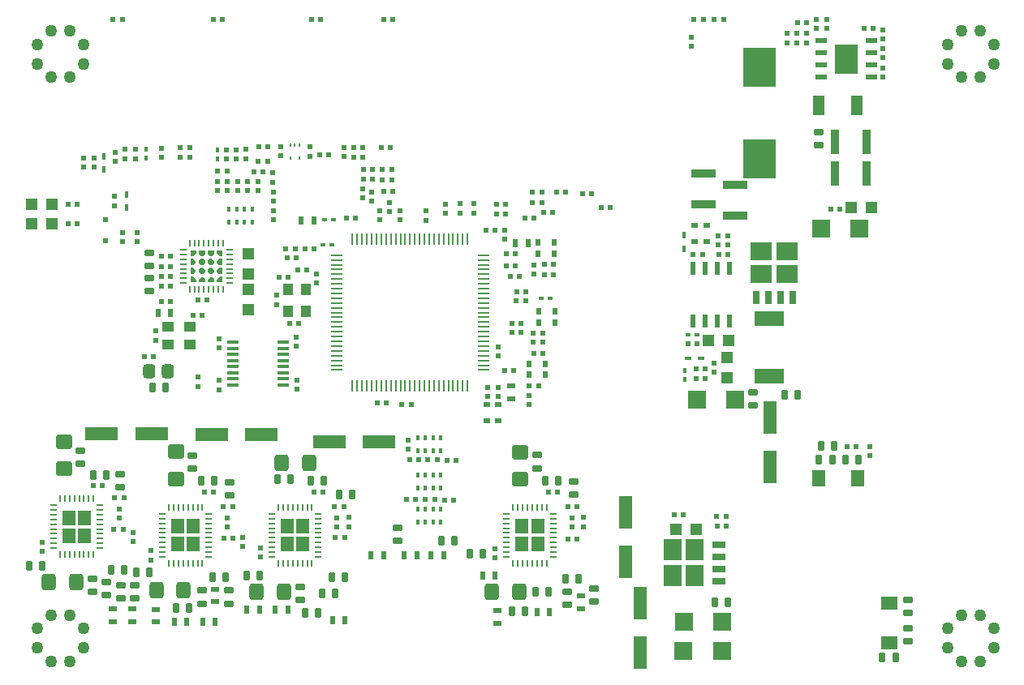
<source format=gtp>
G04 Layer_Color=8421504*
%FSLAX25Y25*%
%MOIN*%
G70*
G01*
G75*
%ADD163R,0.08898X0.07520*%
%ADD164R,0.07520X0.08898*%
%ADD165R,0.05276X0.06181*%
%ADD166R,0.03540X0.10430*%
G04:AMPARAMS|DCode=167|XSize=20mil|YSize=22mil|CornerRadius=3.4mil|HoleSize=0mil|Usage=FLASHONLY|Rotation=270.000|XOffset=0mil|YOffset=0mil|HoleType=Round|Shape=RoundedRectangle|*
%AMROUNDEDRECTD167*
21,1,0.02000,0.01520,0,0,270.0*
21,1,0.01320,0.02200,0,0,270.0*
1,1,0.00680,-0.00760,-0.00660*
1,1,0.00680,-0.00760,0.00660*
1,1,0.00680,0.00760,0.00660*
1,1,0.00680,0.00760,-0.00660*
%
%ADD167ROUNDEDRECTD167*%
G04:AMPARAMS|DCode=168|XSize=20mil|YSize=22mil|CornerRadius=3.4mil|HoleSize=0mil|Usage=FLASHONLY|Rotation=0.000|XOffset=0mil|YOffset=0mil|HoleType=Round|Shape=RoundedRectangle|*
%AMROUNDEDRECTD168*
21,1,0.02000,0.01520,0,0,0.0*
21,1,0.01320,0.02200,0,0,0.0*
1,1,0.00680,0.00660,-0.00760*
1,1,0.00680,-0.00660,-0.00760*
1,1,0.00680,-0.00660,0.00760*
1,1,0.00680,0.00660,0.00760*
%
%ADD168ROUNDEDRECTD168*%
%ADD169R,0.10430X0.03540*%
G04:AMPARAMS|DCode=170|XSize=27.13mil|YSize=37.37mil|CornerRadius=4.83mil|HoleSize=0mil|Usage=FLASHONLY|Rotation=90.000|XOffset=0mil|YOffset=0mil|HoleType=Round|Shape=RoundedRectangle|*
%AMROUNDEDRECTD170*
21,1,0.02713,0.02772,0,0,90.0*
21,1,0.01748,0.03737,0,0,90.0*
1,1,0.00965,0.01386,0.00874*
1,1,0.00965,0.01386,-0.00874*
1,1,0.00965,-0.01386,-0.00874*
1,1,0.00965,-0.01386,0.00874*
%
%ADD170ROUNDEDRECTD170*%
%ADD171R,0.01768X0.01965*%
%ADD172R,0.01965X0.01768*%
G04:AMPARAMS|DCode=173|XSize=21.62mil|YSize=22mil|CornerRadius=3.72mil|HoleSize=0mil|Usage=FLASHONLY|Rotation=90.000|XOffset=0mil|YOffset=0mil|HoleType=Round|Shape=RoundedRectangle|*
%AMROUNDEDRECTD173*
21,1,0.02162,0.01455,0,0,90.0*
21,1,0.01417,0.02200,0,0,90.0*
1,1,0.00745,0.00728,0.00709*
1,1,0.00745,0.00728,-0.00709*
1,1,0.00745,-0.00728,-0.00709*
1,1,0.00745,-0.00728,0.00709*
%
%ADD173ROUNDEDRECTD173*%
G04:AMPARAMS|DCode=174|XSize=9.02mil|YSize=29.5mil|CornerRadius=3.41mil|HoleSize=0mil|Usage=FLASHONLY|Rotation=180.000|XOffset=0mil|YOffset=0mil|HoleType=Round|Shape=RoundedRectangle|*
%AMROUNDEDRECTD174*
21,1,0.00902,0.02268,0,0,180.0*
21,1,0.00220,0.02950,0,0,180.0*
1,1,0.00682,-0.00110,0.01134*
1,1,0.00682,0.00110,0.01134*
1,1,0.00682,0.00110,-0.01134*
1,1,0.00682,-0.00110,-0.01134*
%
%ADD174ROUNDEDRECTD174*%
G04:AMPARAMS|DCode=175|XSize=9.02mil|YSize=29.5mil|CornerRadius=3.41mil|HoleSize=0mil|Usage=FLASHONLY|Rotation=270.000|XOffset=0mil|YOffset=0mil|HoleType=Round|Shape=RoundedRectangle|*
%AMROUNDEDRECTD175*
21,1,0.00902,0.02268,0,0,270.0*
21,1,0.00220,0.02950,0,0,270.0*
1,1,0.00682,-0.01134,-0.00110*
1,1,0.00682,-0.01134,0.00110*
1,1,0.00682,0.01134,0.00110*
1,1,0.00682,0.01134,-0.00110*
%
%ADD175ROUNDEDRECTD175*%
%ADD176O,0.04918X0.00784*%
%ADD177O,0.00784X0.04918*%
%ADD178R,0.03265X0.02438*%
%ADD179R,0.02438X0.03265*%
%ADD180R,0.02600X0.05400*%
%ADD181R,0.05400X0.02600*%
G04:AMPARAMS|DCode=182|XSize=27.13mil|YSize=37.37mil|CornerRadius=4.83mil|HoleSize=0mil|Usage=FLASHONLY|Rotation=180.000|XOffset=0mil|YOffset=0mil|HoleType=Round|Shape=RoundedRectangle|*
%AMROUNDEDRECTD182*
21,1,0.02713,0.02772,0,0,180.0*
21,1,0.01748,0.03737,0,0,180.0*
1,1,0.00965,-0.00874,0.01386*
1,1,0.00965,0.00874,0.01386*
1,1,0.00965,0.00874,-0.01386*
1,1,0.00965,-0.00874,-0.01386*
%
%ADD182ROUNDEDRECTD182*%
%ADD183R,0.05312X0.13186*%
%ADD184R,0.13186X0.05312*%
G04:AMPARAMS|DCode=185|XSize=50mil|YSize=58mil|CornerRadius=12mil|HoleSize=0mil|Usage=FLASHONLY|Rotation=180.000|XOffset=0mil|YOffset=0mil|HoleType=Round|Shape=RoundedRectangle|*
%AMROUNDEDRECTD185*
21,1,0.05000,0.03400,0,0,180.0*
21,1,0.02600,0.05800,0,0,180.0*
1,1,0.02400,-0.01300,0.01700*
1,1,0.02400,0.01300,0.01700*
1,1,0.02400,0.01300,-0.01700*
1,1,0.02400,-0.01300,-0.01700*
%
%ADD185ROUNDEDRECTD185*%
G04:AMPARAMS|DCode=186|XSize=61mil|YSize=69mil|CornerRadius=14.75mil|HoleSize=0mil|Usage=FLASHONLY|Rotation=180.000|XOffset=0mil|YOffset=0mil|HoleType=Round|Shape=RoundedRectangle|*
%AMROUNDEDRECTD186*
21,1,0.06100,0.03950,0,0,180.0*
21,1,0.03150,0.06900,0,0,180.0*
1,1,0.02950,-0.01575,0.01975*
1,1,0.02950,0.01575,0.01975*
1,1,0.02950,0.01575,-0.01975*
1,1,0.02950,-0.01575,-0.01975*
%
%ADD186ROUNDEDRECTD186*%
G04:AMPARAMS|DCode=187|XSize=61mil|YSize=69mil|CornerRadius=14.75mil|HoleSize=0mil|Usage=FLASHONLY|Rotation=90.000|XOffset=0mil|YOffset=0mil|HoleType=Round|Shape=RoundedRectangle|*
%AMROUNDEDRECTD187*
21,1,0.06100,0.03950,0,0,90.0*
21,1,0.03150,0.06900,0,0,90.0*
1,1,0.02950,0.01975,0.01575*
1,1,0.02950,0.01975,-0.01575*
1,1,0.02950,-0.01975,-0.01575*
1,1,0.02950,-0.01975,0.01575*
%
%ADD187ROUNDEDRECTD187*%
%ADD188R,0.01800X0.02400*%
%ADD189R,0.04800X0.01300*%
%ADD190C,0.05000*%
%ADD191R,0.02200X0.05800*%
%ADD192R,0.04600X0.04600*%
%ADD193R,0.05233X0.06887*%
%ADD194R,0.05000X0.04000*%
%ADD195R,0.02162X0.02950*%
%ADD196R,0.01800X0.02600*%
%ADD197R,0.07700X0.07700*%
%ADD198R,0.12400X0.06100*%
%ADD199R,0.02200X0.02200*%
%ADD200R,0.02950X0.02162*%
%ADD201R,0.04600X0.04600*%
%ADD202R,0.04000X0.05000*%
%ADD203R,0.06887X0.05233*%
%ADD204O,0.00784X0.03146*%
%ADD205O,0.03146X0.00784*%
%ADD206R,0.02600X0.01800*%
%ADD207R,0.00981X0.01572*%
%ADD208R,0.13579X0.15942*%
%ADD209R,0.09249X0.12005*%
%ADD210R,0.04721X0.01965*%
%ADD211R,0.04800X0.08100*%
G36*
X82848Y171124D02*
Y170336D01*
X81864Y169352D01*
X81076D01*
X80190Y170238D01*
Y171222D01*
X80978Y172009D01*
X81962D01*
X82848Y171124D01*
D02*
G37*
G36*
X75269Y171117D02*
Y170300D01*
X74336Y169352D01*
X73005D01*
Y172108D01*
X74294D01*
X75269Y171117D01*
D02*
G37*
G36*
X79009Y171222D02*
Y170238D01*
X78222Y169450D01*
X77238D01*
X76352Y170336D01*
Y171124D01*
X77336Y172108D01*
X78124D01*
X79009Y171222D01*
D02*
G37*
G36*
X86194Y169352D02*
X84915D01*
X83931Y170336D01*
Y171222D01*
X84816Y172108D01*
X86194D01*
Y169352D01*
D02*
G37*
G36*
X79108Y167336D02*
Y166006D01*
X76352D01*
Y167294D01*
X77342Y168269D01*
X78160D01*
X79108Y167336D01*
D02*
G37*
G36*
X75466Y167187D02*
Y166006D01*
X73005D01*
Y168466D01*
X74187D01*
X75466Y167187D01*
D02*
G37*
G36*
X86194Y166006D02*
X83734D01*
Y167187D01*
X85013Y168466D01*
X86194D01*
Y166006D01*
D02*
G37*
G36*
X82848Y167336D02*
Y166006D01*
X80092D01*
Y167294D01*
X81083Y168269D01*
X81900D01*
X82848Y167336D01*
D02*
G37*
G36*
X86194Y176734D02*
X85013D01*
X83734Y178013D01*
Y179194D01*
X86194D01*
Y176734D01*
D02*
G37*
G36*
X75466Y178013D02*
X74187Y176734D01*
X73005D01*
Y179194D01*
X75466D01*
Y178013D01*
D02*
G37*
G36*
X82848Y177906D02*
X81858Y176931D01*
X81040D01*
X80092Y177864D01*
Y179194D01*
X82848D01*
Y177906D01*
D02*
G37*
G36*
X79108D02*
X78117Y176931D01*
X77300D01*
X76352Y177864D01*
Y179194D01*
X79108D01*
Y177906D01*
D02*
G37*
G36*
X82848Y174864D02*
Y174076D01*
X81864Y173092D01*
X81076D01*
X80190Y173978D01*
Y174962D01*
X80978Y175750D01*
X81962D01*
X82848Y174864D01*
D02*
G37*
G36*
X75269Y174864D02*
Y173978D01*
X74383Y173092D01*
X73005D01*
Y175848D01*
X74285D01*
X75269Y174864D01*
D02*
G37*
G36*
X79009Y174962D02*
Y173978D01*
X78222Y173191D01*
X77238D01*
X76352Y174076D01*
Y174864D01*
X77336Y175848D01*
X78124D01*
X79009Y174962D01*
D02*
G37*
G36*
X86194Y173092D02*
X84906D01*
X83931Y174083D01*
Y174900D01*
X84864Y175848D01*
X86194D01*
Y173092D01*
D02*
G37*
G54D163*
X307581Y178854D02*
D03*
X318219Y178850D02*
D03*
X318219Y169594D02*
D03*
X307581Y169598D02*
D03*
G54D164*
X280323Y45449D02*
D03*
X280327Y56087D02*
D03*
X271071Y56087D02*
D03*
X271067Y45449D02*
D03*
G54D165*
X23130Y61922D02*
D03*
X29591Y69290D02*
D03*
X23134Y69287D02*
D03*
X29591Y61921D02*
D03*
X74328Y58321D02*
D03*
X67872Y65687D02*
D03*
X74329Y65690D02*
D03*
X67868Y58322D02*
D03*
X112868D02*
D03*
X119329Y65690D02*
D03*
X112872Y65687D02*
D03*
X119328Y58321D02*
D03*
X215728D02*
D03*
X209272Y65687D02*
D03*
X215729Y65690D02*
D03*
X209268Y58322D02*
D03*
G54D166*
X337902Y223700D02*
D03*
X350698D02*
D03*
X337902Y210700D02*
D03*
X350698D02*
D03*
G54D167*
X326100Y264615D02*
D03*
Y268385D02*
D03*
X357600Y254285D02*
D03*
Y250515D02*
D03*
X334500Y274085D02*
D03*
Y270315D02*
D03*
X357500Y269890D02*
D03*
Y266100D02*
D03*
X136100Y217810D02*
D03*
Y221600D02*
D03*
X195100Y122770D02*
D03*
Y119000D02*
D03*
X198300Y52830D02*
D03*
Y56600D02*
D03*
X229800Y65500D02*
D03*
Y69270D02*
D03*
X101900Y53030D02*
D03*
Y56800D02*
D03*
X133300Y69270D02*
D03*
Y65500D02*
D03*
X56800Y51930D02*
D03*
Y55700D02*
D03*
X88300Y65400D02*
D03*
Y69170D02*
D03*
X45053Y186500D02*
D03*
Y182730D02*
D03*
X84868Y142840D02*
D03*
Y139070D02*
D03*
X116659Y139661D02*
D03*
Y143431D02*
D03*
X116757Y122165D02*
D03*
Y125935D02*
D03*
X84966Y125646D02*
D03*
Y121876D02*
D03*
X169900Y191530D02*
D03*
Y195300D02*
D03*
X108400Y160670D02*
D03*
Y156900D02*
D03*
X58900Y142230D02*
D03*
Y146000D02*
D03*
X29300Y213500D02*
D03*
Y217270D02*
D03*
X199600Y139527D02*
D03*
Y135757D02*
D03*
X124900Y169570D02*
D03*
Y165800D02*
D03*
X43700Y69100D02*
D03*
Y72870D02*
D03*
X12200Y55330D02*
D03*
Y59100D02*
D03*
X278700Y266800D02*
D03*
Y263030D02*
D03*
X100689Y207609D02*
D03*
Y203819D02*
D03*
X46256Y216891D02*
D03*
Y220681D02*
D03*
X91939Y220502D02*
D03*
Y216713D02*
D03*
X106900Y207200D02*
D03*
Y210990D02*
D03*
X76125Y127015D02*
D03*
Y123225D02*
D03*
X199400Y119000D02*
D03*
Y122790D02*
D03*
X213900Y141410D02*
D03*
Y145200D02*
D03*
X293900Y181410D02*
D03*
Y185200D02*
D03*
X143700Y204500D02*
D03*
Y200710D02*
D03*
X110200Y218010D02*
D03*
Y221800D02*
D03*
X107300Y195400D02*
D03*
Y191630D02*
D03*
X92348Y203814D02*
D03*
Y207584D02*
D03*
X88248Y203814D02*
D03*
Y207584D02*
D03*
X234600Y69300D02*
D03*
Y65510D02*
D03*
X138100D02*
D03*
Y69300D02*
D03*
X94400Y61200D02*
D03*
Y57410D02*
D03*
X357500Y262090D02*
D03*
Y258300D02*
D03*
X330300Y274090D02*
D03*
Y270300D02*
D03*
X155000Y198800D02*
D03*
Y195010D02*
D03*
X214300Y173190D02*
D03*
Y169400D02*
D03*
X212300Y115800D02*
D03*
Y119590D02*
D03*
X218000Y141410D02*
D03*
Y145200D02*
D03*
X147500Y203290D02*
D03*
Y199500D02*
D03*
X51053Y182701D02*
D03*
Y186491D02*
D03*
X288300Y129000D02*
D03*
Y132790D02*
D03*
X202298Y187597D02*
D03*
Y183807D02*
D03*
X41898Y197621D02*
D03*
Y201411D02*
D03*
X33400Y217290D02*
D03*
Y213500D02*
D03*
X49500Y63200D02*
D03*
Y59410D02*
D03*
X159100Y191710D02*
D03*
Y195500D02*
D03*
X289700Y181400D02*
D03*
Y185190D02*
D03*
X162425Y97325D02*
D03*
Y101115D02*
D03*
X189400Y198300D02*
D03*
Y194510D02*
D03*
X183700Y198300D02*
D03*
Y194510D02*
D03*
X177900Y198200D02*
D03*
Y194410D02*
D03*
X150800Y191800D02*
D03*
Y195590D02*
D03*
X42100Y215715D02*
D03*
Y219485D02*
D03*
X96000Y216930D02*
D03*
Y220700D02*
D03*
X50390Y216891D02*
D03*
Y220681D02*
D03*
X87779Y216683D02*
D03*
Y220472D02*
D03*
X84258Y207604D02*
D03*
Y203814D02*
D03*
X96555Y207609D02*
D03*
Y203819D02*
D03*
X107300Y203200D02*
D03*
Y199410D02*
D03*
X122100Y217915D02*
D03*
Y221685D02*
D03*
X61300Y217500D02*
D03*
Y221270D02*
D03*
G54D168*
X322085Y264500D02*
D03*
X318315D02*
D03*
X322410Y272700D02*
D03*
X326200D02*
D03*
X318310Y268600D02*
D03*
X322100D02*
D03*
X353485Y270500D02*
D03*
X349715D02*
D03*
X213610Y203000D02*
D03*
X217400D02*
D03*
X202490Y198100D02*
D03*
X198700D02*
D03*
X213600Y198900D02*
D03*
X217390D02*
D03*
X202490Y194000D02*
D03*
X198700D02*
D03*
X245490Y196700D02*
D03*
X241700D02*
D03*
X234010Y202500D02*
D03*
X237800D02*
D03*
X342725Y98525D02*
D03*
X346515D02*
D03*
X72756Y217390D02*
D03*
X68966D02*
D03*
X210400Y192500D02*
D03*
X214170D02*
D03*
X231970Y60600D02*
D03*
X228200D02*
D03*
X220100Y79800D02*
D03*
X223870D02*
D03*
X228130Y73900D02*
D03*
X231900D02*
D03*
X132600Y61000D02*
D03*
X136370D02*
D03*
X123800Y79700D02*
D03*
X127570D02*
D03*
X136100Y73900D02*
D03*
X132330D02*
D03*
X90470Y60800D02*
D03*
X86700D02*
D03*
X78700Y79700D02*
D03*
X82470D02*
D03*
X86668Y73800D02*
D03*
X90438D02*
D03*
X207030Y162100D02*
D03*
X210800D02*
D03*
X161792Y76644D02*
D03*
X165562D02*
D03*
X166957Y92983D02*
D03*
X163187D02*
D03*
X169568Y76644D02*
D03*
X173338D02*
D03*
X174438Y92983D02*
D03*
X170668D02*
D03*
X181143Y76546D02*
D03*
X177373D02*
D03*
X178473Y92884D02*
D03*
X182243D02*
D03*
X206600Y177800D02*
D03*
X202830D02*
D03*
X208224Y168529D02*
D03*
X204454D02*
D03*
X113792Y149120D02*
D03*
X117562D02*
D03*
X79835Y158779D02*
D03*
X76065D02*
D03*
X78000Y152300D02*
D03*
X74230D02*
D03*
X61200Y176900D02*
D03*
X64970D02*
D03*
X109430Y168250D02*
D03*
X113200D02*
D03*
X61200Y164500D02*
D03*
X64970D02*
D03*
X54230Y135600D02*
D03*
X58000D02*
D03*
X159991Y115779D02*
D03*
X163761D02*
D03*
X206650Y172663D02*
D03*
X202880D02*
D03*
X45370Y64600D02*
D03*
X41600D02*
D03*
X33100Y82300D02*
D03*
X36870D02*
D03*
X41930Y77400D02*
D03*
X45700D02*
D03*
X156270Y274200D02*
D03*
X152500D02*
D03*
X61200Y158100D02*
D03*
X64970D02*
D03*
X84222Y211713D02*
D03*
X88012D02*
D03*
X116012Y179877D02*
D03*
X112222D02*
D03*
X218210Y194800D02*
D03*
X222000D02*
D03*
X279910Y274200D02*
D03*
X283700D02*
D03*
X292090D02*
D03*
X288300D02*
D03*
X212310Y123600D02*
D03*
X216100D02*
D03*
X207000Y158300D02*
D03*
X210790D02*
D03*
X280700Y126500D02*
D03*
X284490D02*
D03*
X284500Y130500D02*
D03*
X280710D02*
D03*
X144010Y212600D02*
D03*
X147800D02*
D03*
X218500Y173400D02*
D03*
X222290D02*
D03*
X277410Y140800D02*
D03*
X281200D02*
D03*
X61210Y172600D02*
D03*
X65000D02*
D03*
Y168500D02*
D03*
X61210D02*
D03*
X336110Y196200D02*
D03*
X339900D02*
D03*
X194472Y187495D02*
D03*
X198261D02*
D03*
X289340Y65650D02*
D03*
X293130D02*
D03*
X289310Y69700D02*
D03*
X293100D02*
D03*
X271800Y70300D02*
D03*
X275590D02*
D03*
X214010Y136900D02*
D03*
X217800D02*
D03*
X26600Y190000D02*
D03*
X22810D02*
D03*
X222290Y169200D02*
D03*
X218500D02*
D03*
X293800Y177300D02*
D03*
X290010D02*
D03*
X279610D02*
D03*
X283400D02*
D03*
X26625Y198100D02*
D03*
X22835D02*
D03*
X206000Y129750D02*
D03*
X202210D02*
D03*
X208800Y149250D02*
D03*
X205010D02*
D03*
X208800Y145350D02*
D03*
X205010D02*
D03*
X129900Y218300D02*
D03*
X126110D02*
D03*
X147800Y208500D02*
D03*
X144010D02*
D03*
X155700Y212600D02*
D03*
X151910D02*
D03*
X120900Y171100D02*
D03*
X117110D02*
D03*
X153470Y116400D02*
D03*
X149680D02*
D03*
X152400Y203300D02*
D03*
X156190D02*
D03*
X155700Y208000D02*
D03*
X151910D02*
D03*
X140100Y217600D02*
D03*
X143890D02*
D03*
X140800Y192500D02*
D03*
X137010D02*
D03*
X227200Y203200D02*
D03*
X223410D02*
D03*
X143900Y221600D02*
D03*
X140110D02*
D03*
X116485Y176000D02*
D03*
X112715D02*
D03*
X120165Y179926D02*
D03*
X123954D02*
D03*
X68930Y221500D02*
D03*
X72700D02*
D03*
X102885Y211600D02*
D03*
X99115D02*
D03*
X100915Y215800D02*
D03*
X104685D02*
D03*
X41300Y274200D02*
D03*
X45070D02*
D03*
X82400D02*
D03*
X86170D02*
D03*
X122700D02*
D03*
X126470D02*
D03*
X101200Y221800D02*
D03*
X104970D02*
D03*
X155300Y221600D02*
D03*
X151530D02*
D03*
G54D169*
X283700Y198002D02*
D03*
Y210798D02*
D03*
X296800Y193302D02*
D03*
Y206098D02*
D03*
G54D170*
X331200Y227877D02*
D03*
Y222523D02*
D03*
X215500Y94977D02*
D03*
Y89623D02*
D03*
X227800Y38700D02*
D03*
Y33346D02*
D03*
X239000Y40077D02*
D03*
Y34723D02*
D03*
X230600Y84277D02*
D03*
Y78923D02*
D03*
X118225Y35548D02*
D03*
Y40902D02*
D03*
X158200Y59723D02*
D03*
Y65077D02*
D03*
X77925Y33948D02*
D03*
Y39302D02*
D03*
X73900Y94877D02*
D03*
Y89523D02*
D03*
X88725Y33948D02*
D03*
Y39302D02*
D03*
X89200Y83877D02*
D03*
Y78523D02*
D03*
X304300Y120677D02*
D03*
Y115323D02*
D03*
X32900Y44177D02*
D03*
Y38823D02*
D03*
X38600Y37423D02*
D03*
Y42777D02*
D03*
X27900Y96777D02*
D03*
Y91423D02*
D03*
X44350Y36046D02*
D03*
Y41400D02*
D03*
X50150Y41377D02*
D03*
Y36023D02*
D03*
X44300Y81923D02*
D03*
Y87277D02*
D03*
X56100Y172923D02*
D03*
Y178277D02*
D03*
X56100Y162423D02*
D03*
Y167778D02*
D03*
X367700Y35477D02*
D03*
Y30123D02*
D03*
Y23677D02*
D03*
Y18323D02*
D03*
G54D171*
X84153Y216732D02*
D03*
Y220472D02*
D03*
X54800Y220770D02*
D03*
Y217030D02*
D03*
X276025Y129795D02*
D03*
Y126055D02*
D03*
G54D172*
X131086Y181365D02*
D03*
X127346D02*
D03*
X277530Y144500D02*
D03*
X281270D02*
D03*
X220970Y159600D02*
D03*
X217230D02*
D03*
X128230Y191900D02*
D03*
X131970D02*
D03*
G54D173*
X352325Y98425D02*
D03*
Y94635D02*
D03*
G54D174*
X72710Y163151D02*
D03*
X74679D02*
D03*
X76647D02*
D03*
X78616D02*
D03*
X80584D02*
D03*
X82553D02*
D03*
X84521D02*
D03*
X86490D02*
D03*
Y182100D02*
D03*
X84521D02*
D03*
X82553D02*
D03*
X80584D02*
D03*
X78616D02*
D03*
X76647D02*
D03*
X74679D02*
D03*
X72710D02*
D03*
G54D175*
X89049Y165710D02*
D03*
Y167679D02*
D03*
Y169647D02*
D03*
Y171616D02*
D03*
Y173584D02*
D03*
Y175553D02*
D03*
Y177521D02*
D03*
Y179490D02*
D03*
X70100D02*
D03*
Y177521D02*
D03*
Y175553D02*
D03*
Y173584D02*
D03*
Y171616D02*
D03*
Y169647D02*
D03*
Y167679D02*
D03*
Y165710D02*
D03*
G54D176*
X193397Y177222D02*
D03*
Y175253D02*
D03*
Y173285D02*
D03*
Y171317D02*
D03*
Y169348D02*
D03*
Y167379D02*
D03*
Y165411D02*
D03*
Y163443D02*
D03*
Y161474D02*
D03*
Y159505D02*
D03*
Y157537D02*
D03*
Y155569D02*
D03*
Y153600D02*
D03*
Y151631D02*
D03*
Y149663D02*
D03*
Y147695D02*
D03*
Y145726D02*
D03*
Y143757D02*
D03*
Y141789D02*
D03*
Y139821D02*
D03*
Y137852D02*
D03*
Y135883D02*
D03*
Y133915D02*
D03*
Y131947D02*
D03*
Y129978D02*
D03*
X133161D02*
D03*
Y131947D02*
D03*
Y133915D02*
D03*
Y135883D02*
D03*
Y137852D02*
D03*
Y139821D02*
D03*
Y141789D02*
D03*
Y143757D02*
D03*
Y145726D02*
D03*
Y147695D02*
D03*
Y149663D02*
D03*
Y151631D02*
D03*
Y153600D02*
D03*
Y155569D02*
D03*
Y157537D02*
D03*
Y159505D02*
D03*
Y161474D02*
D03*
Y163443D02*
D03*
Y165411D02*
D03*
Y167379D02*
D03*
Y169348D02*
D03*
Y171317D02*
D03*
Y173285D02*
D03*
Y175253D02*
D03*
Y177222D02*
D03*
G54D177*
X186901Y123482D02*
D03*
X184932D02*
D03*
X182964D02*
D03*
X180995D02*
D03*
X179027D02*
D03*
X177058D02*
D03*
X175090D02*
D03*
X173121D02*
D03*
X171153D02*
D03*
X169184D02*
D03*
X167216D02*
D03*
X165247D02*
D03*
X163279D02*
D03*
X161310D02*
D03*
X159342D02*
D03*
X157373D02*
D03*
X155405D02*
D03*
X153436D02*
D03*
X151468D02*
D03*
X149499D02*
D03*
X147531D02*
D03*
X145562D02*
D03*
X143594D02*
D03*
X141625D02*
D03*
X139657D02*
D03*
Y183718D02*
D03*
X141625D02*
D03*
X143594D02*
D03*
X145562D02*
D03*
X147531D02*
D03*
X149499D02*
D03*
X151468D02*
D03*
X153436D02*
D03*
X155405D02*
D03*
X157373D02*
D03*
X159342D02*
D03*
X161310D02*
D03*
X163279D02*
D03*
X165247D02*
D03*
X167216D02*
D03*
X169184D02*
D03*
X171153D02*
D03*
X173121D02*
D03*
X175090D02*
D03*
X177058D02*
D03*
X179027D02*
D03*
X180995D02*
D03*
X182964D02*
D03*
X184932D02*
D03*
X186901D02*
D03*
G54D178*
X233400Y37118D02*
D03*
Y31882D02*
D03*
X199300Y31018D02*
D03*
Y25782D02*
D03*
X49325Y31643D02*
D03*
Y26407D02*
D03*
X204900Y118082D02*
D03*
Y123318D02*
D03*
X41025Y31643D02*
D03*
Y26407D02*
D03*
X58825Y31625D02*
D03*
Y26389D02*
D03*
X83325Y39943D02*
D03*
Y34707D02*
D03*
G54D179*
X215382Y30300D02*
D03*
X220618D02*
D03*
X171882Y53800D02*
D03*
X177118D02*
D03*
X160982D02*
D03*
X166218D02*
D03*
X147282D02*
D03*
X152518D02*
D03*
X123818Y191600D02*
D03*
X118582D02*
D03*
X113143Y31425D02*
D03*
X107907D02*
D03*
X198318Y45600D02*
D03*
X193082D02*
D03*
X206582Y182200D02*
D03*
X211818D02*
D03*
X59682Y153500D02*
D03*
X64918D02*
D03*
X66407Y26625D02*
D03*
X71643D02*
D03*
X78007Y26525D02*
D03*
X83243D02*
D03*
X96107Y31425D02*
D03*
X101343D02*
D03*
X131407Y27025D02*
D03*
X136643D02*
D03*
G54D180*
X305400Y159700D02*
D03*
X310400D02*
D03*
X315400D02*
D03*
X320400D02*
D03*
G54D181*
X290220Y58268D02*
D03*
Y53268D02*
D03*
Y48268D02*
D03*
Y43268D02*
D03*
G54D182*
X214823Y38900D02*
D03*
X220177D02*
D03*
X193277Y54300D02*
D03*
X187923D02*
D03*
X210577Y30700D02*
D03*
X205223D02*
D03*
X224177Y84500D02*
D03*
X218823D02*
D03*
X227223Y44100D02*
D03*
X232577D02*
D03*
X96023Y45500D02*
D03*
X101377D02*
D03*
X127123Y38200D02*
D03*
X132477D02*
D03*
X108723Y85100D02*
D03*
X114077D02*
D03*
X181577Y59700D02*
D03*
X176223D02*
D03*
X134123Y78700D02*
D03*
X139477D02*
D03*
X122523Y84400D02*
D03*
X127877D02*
D03*
X136577Y44800D02*
D03*
X131223D02*
D03*
X77623Y84400D02*
D03*
X82977D02*
D03*
X87377Y44700D02*
D03*
X82023D02*
D03*
X72377Y32000D02*
D03*
X67023D02*
D03*
X56302Y46925D02*
D03*
X50948D02*
D03*
X120223Y30200D02*
D03*
X125577D02*
D03*
X332073Y98950D02*
D03*
X337428D02*
D03*
X331323Y93200D02*
D03*
X336677D02*
D03*
X342023D02*
D03*
X347377D02*
D03*
X322377Y119700D02*
D03*
X317023D02*
D03*
X293877Y34400D02*
D03*
X288523D02*
D03*
X33023Y86900D02*
D03*
X38377D02*
D03*
X45977Y47900D02*
D03*
X40623D02*
D03*
X12277Y49500D02*
D03*
X6923D02*
D03*
X62727Y122700D02*
D03*
X57373D02*
D03*
X362677Y11800D02*
D03*
X357323D02*
D03*
G54D183*
X257900Y34236D02*
D03*
Y13764D02*
D03*
X252000Y71436D02*
D03*
Y50964D02*
D03*
X311100Y110436D02*
D03*
Y89964D02*
D03*
G54D184*
X130028Y100500D02*
D03*
X150500D02*
D03*
X81825Y103325D02*
D03*
X102298D02*
D03*
X36664Y103700D02*
D03*
X57136D02*
D03*
G54D185*
X63840Y129600D02*
D03*
X56300D02*
D03*
G54D186*
X196900Y38800D02*
D03*
X208098D02*
D03*
X110527Y91925D02*
D03*
X121725D02*
D03*
X70324Y39625D02*
D03*
X59125D02*
D03*
X100225Y38725D02*
D03*
X111424D02*
D03*
X15000Y42700D02*
D03*
X26198D02*
D03*
G54D187*
X208625Y96225D02*
D03*
Y85027D02*
D03*
X67100Y85202D02*
D03*
Y96400D02*
D03*
X21100Y89402D02*
D03*
Y100600D02*
D03*
G54D188*
X175897Y67350D02*
D03*
X172747D02*
D03*
X169572D02*
D03*
X166372D02*
D03*
Y72707D02*
D03*
X169572D02*
D03*
X172747D02*
D03*
X175897D02*
D03*
Y86683D02*
D03*
X172747D02*
D03*
X169572D02*
D03*
X166372D02*
D03*
Y81326D02*
D03*
X169572D02*
D03*
X172747D02*
D03*
X175897D02*
D03*
Y96877D02*
D03*
X172747D02*
D03*
X169572D02*
D03*
X166372D02*
D03*
Y102235D02*
D03*
X169572D02*
D03*
X172747D02*
D03*
X175897D02*
D03*
X98352Y196186D02*
D03*
X95202D02*
D03*
X92028D02*
D03*
X88828D02*
D03*
Y190829D02*
D03*
X92028D02*
D03*
X95202D02*
D03*
X98352D02*
D03*
G54D189*
X90576Y138854D02*
D03*
X111113Y133854D02*
D03*
X90576Y141354D02*
D03*
Y136354D02*
D03*
Y133854D02*
D03*
X111113Y136354D02*
D03*
X111113Y131304D02*
D03*
X111113Y128804D02*
D03*
X90576D02*
D03*
X111113Y123804D02*
D03*
X90576Y131304D02*
D03*
Y126304D02*
D03*
X111113D02*
D03*
X90576Y123804D02*
D03*
X111113Y138854D02*
D03*
Y141354D02*
D03*
G54D190*
X403175Y15773D02*
D03*
Y23647D02*
D03*
X397663Y29159D02*
D03*
X389789D02*
D03*
X384277Y23647D02*
D03*
Y15773D02*
D03*
X389789Y10261D02*
D03*
X397663D02*
D03*
X403175Y255931D02*
D03*
Y263805D02*
D03*
X397663Y269317D02*
D03*
X389789D02*
D03*
X384277Y263805D02*
D03*
Y255931D02*
D03*
X389789Y250419D02*
D03*
X397663D02*
D03*
X29159Y255931D02*
D03*
Y263805D02*
D03*
X23647Y269317D02*
D03*
X15773D02*
D03*
X10261Y263805D02*
D03*
Y255931D02*
D03*
X15773Y250419D02*
D03*
X23647D02*
D03*
X29159Y15773D02*
D03*
Y23647D02*
D03*
X23647Y29159D02*
D03*
X15773D02*
D03*
X10261Y23647D02*
D03*
Y15773D02*
D03*
X15773Y10261D02*
D03*
X23647D02*
D03*
G54D191*
X279400Y150015D02*
D03*
X284400D02*
D03*
X294400D02*
D03*
X279400Y171742D02*
D03*
X284400D02*
D03*
X294400D02*
D03*
X289400Y150015D02*
D03*
Y171742D02*
D03*
G54D192*
X16234Y198100D02*
D03*
X7900D02*
D03*
X16234Y190100D02*
D03*
X7900D02*
D03*
X285966Y142100D02*
D03*
X294300D02*
D03*
X344566Y196700D02*
D03*
X352900D02*
D03*
X272466Y64600D02*
D03*
X280800D02*
D03*
G54D193*
X347310Y85400D02*
D03*
X331090D02*
D03*
G54D194*
X63872Y147800D02*
D03*
X73000D02*
D03*
Y140458D02*
D03*
X63872D02*
D03*
G54D195*
X222847Y154200D02*
D03*
X216154D02*
D03*
X215953Y182300D02*
D03*
X222646D02*
D03*
X215953Y177700D02*
D03*
X222646D02*
D03*
X222847Y149600D02*
D03*
X216154D02*
D03*
X212207Y128000D02*
D03*
X218900D02*
D03*
X212154Y132600D02*
D03*
X218847D02*
D03*
G54D196*
X46917Y202168D02*
D03*
Y196657D02*
D03*
X37600Y217956D02*
D03*
Y212444D02*
D03*
X275900Y185356D02*
D03*
Y179844D02*
D03*
G54D197*
X275672Y26368D02*
D03*
X291446D02*
D03*
X291355Y14383D02*
D03*
X275581D02*
D03*
X296874Y117900D02*
D03*
X281100D02*
D03*
X347974Y188100D02*
D03*
X332200D02*
D03*
G54D198*
X310933Y151119D02*
D03*
Y127408D02*
D03*
G54D199*
X38017Y191856D02*
D03*
Y183125D02*
D03*
G54D200*
X285200Y182853D02*
D03*
Y189547D02*
D03*
X199600Y109054D02*
D03*
Y115746D02*
D03*
X195000Y109054D02*
D03*
Y115746D02*
D03*
X280200Y182853D02*
D03*
Y189547D02*
D03*
G54D201*
X96876Y177683D02*
D03*
Y169349D02*
D03*
X96777Y154848D02*
D03*
Y163182D02*
D03*
X293600Y126766D02*
D03*
Y135100D02*
D03*
G54D202*
X113014Y154071D02*
D03*
Y163199D02*
D03*
X120356D02*
D03*
Y154071D02*
D03*
G54D203*
X360300Y17790D02*
D03*
Y34010D02*
D03*
G54D204*
X19473Y77121D02*
D03*
X21441D02*
D03*
X23410D02*
D03*
X25378D02*
D03*
X27347D02*
D03*
X29315D02*
D03*
X31284D02*
D03*
X33252D02*
D03*
Y54090D02*
D03*
X31284D02*
D03*
X29315D02*
D03*
X27347D02*
D03*
X25378D02*
D03*
X23410D02*
D03*
X21441D02*
D03*
X19473D02*
D03*
X64210Y50490D02*
D03*
X66179D02*
D03*
X68147D02*
D03*
X70116D02*
D03*
X72084D02*
D03*
X74053D02*
D03*
X76021D02*
D03*
X77990D02*
D03*
Y73521D02*
D03*
X76021D02*
D03*
X74053D02*
D03*
X72084D02*
D03*
X70116D02*
D03*
X68147D02*
D03*
X66179D02*
D03*
X64210D02*
D03*
X109210D02*
D03*
X111179D02*
D03*
X113147D02*
D03*
X115116D02*
D03*
X117084D02*
D03*
X119053D02*
D03*
X121021D02*
D03*
X122990D02*
D03*
Y50490D02*
D03*
X121021D02*
D03*
X119053D02*
D03*
X117084D02*
D03*
X115116D02*
D03*
X113147D02*
D03*
X111179D02*
D03*
X109210D02*
D03*
X205610D02*
D03*
X207579D02*
D03*
X209547D02*
D03*
X211516D02*
D03*
X213484D02*
D03*
X215453D02*
D03*
X217421D02*
D03*
X219390D02*
D03*
Y73521D02*
D03*
X217421D02*
D03*
X215453D02*
D03*
X213484D02*
D03*
X211516D02*
D03*
X209547D02*
D03*
X207579D02*
D03*
X205610D02*
D03*
G54D205*
X35929Y74464D02*
D03*
Y72495D02*
D03*
Y70527D02*
D03*
Y68558D02*
D03*
Y66590D02*
D03*
Y64621D02*
D03*
Y62653D02*
D03*
Y60684D02*
D03*
Y58716D02*
D03*
Y56747D02*
D03*
X16795D02*
D03*
Y58716D02*
D03*
Y60684D02*
D03*
Y62653D02*
D03*
Y64621D02*
D03*
Y66590D02*
D03*
Y68558D02*
D03*
Y70527D02*
D03*
Y72495D02*
D03*
Y74464D02*
D03*
X61533Y70864D02*
D03*
Y68895D02*
D03*
Y66927D02*
D03*
Y64958D02*
D03*
Y62990D02*
D03*
Y61021D02*
D03*
Y59053D02*
D03*
Y57084D02*
D03*
Y55116D02*
D03*
Y53147D02*
D03*
X80667D02*
D03*
Y55116D02*
D03*
Y57084D02*
D03*
Y59053D02*
D03*
Y61021D02*
D03*
Y62990D02*
D03*
Y64958D02*
D03*
Y66927D02*
D03*
Y68895D02*
D03*
Y70864D02*
D03*
X125667D02*
D03*
Y68895D02*
D03*
Y66927D02*
D03*
Y64958D02*
D03*
Y62990D02*
D03*
Y61021D02*
D03*
Y59053D02*
D03*
Y57084D02*
D03*
Y55116D02*
D03*
Y53147D02*
D03*
X106533D02*
D03*
Y55116D02*
D03*
Y57084D02*
D03*
Y59053D02*
D03*
Y61021D02*
D03*
Y62990D02*
D03*
Y64958D02*
D03*
Y66927D02*
D03*
Y68895D02*
D03*
Y70864D02*
D03*
X202933D02*
D03*
Y68895D02*
D03*
Y66927D02*
D03*
Y64958D02*
D03*
Y62990D02*
D03*
Y61021D02*
D03*
Y59053D02*
D03*
Y57084D02*
D03*
Y55116D02*
D03*
Y53147D02*
D03*
X222067D02*
D03*
Y55116D02*
D03*
Y57084D02*
D03*
Y59053D02*
D03*
Y61021D02*
D03*
Y62990D02*
D03*
Y64958D02*
D03*
Y66927D02*
D03*
Y68895D02*
D03*
Y70864D02*
D03*
G54D206*
X277444Y134800D02*
D03*
X282956D02*
D03*
G54D207*
X117968Y217143D02*
D03*
X114032D02*
D03*
X114018Y222458D02*
D03*
X116000D02*
D03*
X117982D02*
D03*
G54D208*
X307000Y216899D02*
D03*
Y254301D02*
D03*
G54D209*
X342400Y257800D02*
D03*
G54D210*
X332065Y265300D02*
D03*
Y260300D02*
D03*
Y255300D02*
D03*
Y250300D02*
D03*
X352735Y265300D02*
D03*
Y260300D02*
D03*
Y255300D02*
D03*
Y250300D02*
D03*
G54D211*
X331200Y238700D02*
D03*
X346800D02*
D03*
M02*

</source>
